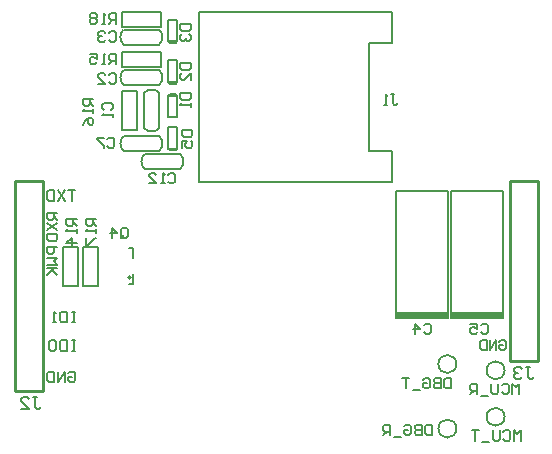
<source format=gbo>
%FSLAX25Y25*%
%MOIN*%
G70*
G01*
G75*
G04 Layer_Color=32896*
%ADD10C,0.02000*%
%ADD11C,0.03200*%
%ADD12C,0.03200*%
%ADD13R,0.03000X0.03500*%
%ADD14R,0.03500X0.03000*%
%ADD15R,0.02362X0.04299*%
%ADD16O,0.02756X0.09843*%
%ADD17O,0.09843X0.02756*%
%ADD18R,0.08661X0.04134*%
%ADD19R,0.04331X0.03937*%
%ADD20R,0.04299X0.02362*%
%ADD21R,0.04921X0.07874*%
%ADD22R,0.07087X0.12992*%
%ADD23R,0.11811X0.04213*%
%ADD24R,0.37008X0.27559*%
%ADD25R,0.09449X0.10236*%
%ADD26C,0.01000*%
%ADD27C,0.03000*%
%ADD28C,0.02500*%
%ADD29C,0.04000*%
%ADD30C,0.07000*%
%ADD31C,0.04200*%
%ADD32C,0.02800*%
%ADD33C,0.06000*%
%ADD34R,0.06000X0.06000*%
%ADD35C,0.02500*%
%ADD36R,0.10236X0.09449*%
%ADD37R,0.05118X0.03150*%
%ADD38R,0.06693X0.05906*%
%ADD39C,0.04000*%
%ADD40R,0.02362X0.01969*%
%ADD41C,0.00800*%
%ADD42C,0.01500*%
%ADD43C,0.00500*%
%ADD44C,0.01600*%
%ADD45C,0.00700*%
%ADD46C,0.00600*%
%ADD47C,0.00100*%
%ADD48R,0.01181X0.08412*%
%ADD49R,0.01870X0.17323*%
%ADD50C,0.00787*%
%ADD51R,0.17323X0.01870*%
D26*
X10724Y42000D02*
Y112000D01*
X1276Y42000D02*
X10724D01*
X1276D02*
Y112000D01*
X10724D01*
X175724Y52000D02*
Y112000D01*
X166276Y52000D02*
X175724D01*
X166276D02*
Y112000D01*
X175724D01*
D41*
X62622Y168350D02*
X126992D01*
X62622Y111657D02*
X126992D01*
Y121894D01*
X119315D02*
X126992D01*
X119315D02*
Y158114D01*
X126992D02*
Y168350D01*
X119315Y158114D02*
X126992D01*
X62622Y111657D02*
Y168350D01*
D43*
X40043Y80000D02*
G03*
X40043Y80000I-500J0D01*
G01*
X37525Y126975D02*
G03*
X37525Y122025I2475J-2475D01*
G01*
X49475D02*
G03*
X49475Y126975I-2475J2475D01*
G01*
X44525Y129525D02*
G03*
X49475Y129525I2475J2475D01*
G01*
Y141475D02*
G03*
X44525Y141475I-2475J-2475D01*
G01*
X37525Y148975D02*
G03*
X37525Y144025I2475J-2475D01*
G01*
X49475D02*
G03*
X49475Y148975I-2475J2475D01*
G01*
X37525Y162475D02*
G03*
X37525Y157525I2475J-2475D01*
G01*
X49475D02*
G03*
X49475Y162475I-2475J2475D01*
G01*
X44525Y120975D02*
G03*
X44525Y116025I2475J-2475D01*
G01*
X56475D02*
G03*
X56475Y120975I-2475J2475D01*
G01*
X22500Y77000D02*
Y90000D01*
X17500Y77000D02*
Y90000D01*
X22500D01*
X17500Y77000D02*
X22500D01*
X24000D02*
Y90000D01*
X29000Y77000D02*
Y90000D01*
X24000Y77000D02*
X29000D01*
X24000Y90000D02*
X29000D01*
X40799Y86352D02*
Y89646D01*
X39224D02*
X40799D01*
Y77835D02*
Y81128D01*
X39224Y77835D02*
X40799D01*
X42000Y129000D02*
Y142000D01*
X37000Y129000D02*
Y142000D01*
X42000D01*
X37000Y129000D02*
X42000D01*
X37000Y163500D02*
X50000D01*
X37000Y168500D02*
X50000D01*
Y163500D02*
Y168500D01*
X37000Y163500D02*
Y168500D01*
Y150000D02*
X50000D01*
X37000Y155000D02*
X50000D01*
Y150000D02*
Y155000D01*
X37000Y150000D02*
Y155000D01*
X37600Y127000D02*
X49400D01*
X37600Y122000D02*
X49400D01*
X44500Y129600D02*
Y141400D01*
X49500Y129600D02*
Y141400D01*
X37600Y149000D02*
X49400D01*
X37600Y144000D02*
X49400D01*
X37600Y162500D02*
X49400D01*
X37600Y157500D02*
X49400D01*
X145661Y68061D02*
Y108781D01*
X128339Y68061D02*
Y108781D01*
Y68061D02*
X145661D01*
X128339Y108781D02*
X145661D01*
X128339Y66191D02*
X145661D01*
X128339D02*
Y68061D01*
X145661Y66191D02*
Y68061D01*
X164161D02*
Y108781D01*
X146839Y68061D02*
Y108781D01*
Y68061D02*
X164161D01*
X146839Y108781D02*
X164161D01*
X146839Y66191D02*
X164161D01*
X146839D02*
Y68061D01*
X164161Y66191D02*
Y68061D01*
X44600Y121000D02*
X56400D01*
X44600Y116000D02*
X56400D01*
D46*
X52600Y140400D02*
X55400D01*
X52500Y133200D02*
Y140257D01*
X55500Y133200D02*
Y140257D01*
X52500Y133200D02*
X55500D01*
X54900Y140900D02*
X55500Y140300D01*
X53100Y140900D02*
X54900D01*
X52500Y140300D02*
X53100Y140900D01*
X54900Y144500D02*
X55500Y145100D01*
X53100Y144500D02*
X54900D01*
X52500Y145100D02*
X53100Y144500D01*
X52500Y152200D02*
X55500D01*
X52500Y145143D02*
Y152200D01*
X55500Y145143D02*
Y152200D01*
X52600Y145000D02*
X55400D01*
X52600Y158600D02*
X55400D01*
X55500Y158743D02*
Y165800D01*
X52500Y158743D02*
Y165800D01*
X55500D01*
X52500Y158700D02*
X53100Y158100D01*
X54900D01*
X55500Y158700D01*
X54900Y122200D02*
X55500Y122800D01*
X53100Y122200D02*
X54900D01*
X52500Y122800D02*
X53100Y122200D01*
X52500Y129900D02*
X55500D01*
X52500Y122843D02*
Y129900D01*
X55500Y122843D02*
Y129900D01*
X52600Y122700D02*
X55400D01*
X35000Y164500D02*
Y167999D01*
X33251D01*
X32667Y167416D01*
Y166249D01*
X33251Y165666D01*
X35000D01*
X33834D02*
X32667Y164500D01*
X31501D02*
X30335D01*
X30918D01*
Y167999D01*
X31501Y167416D01*
X28585D02*
X28002Y167999D01*
X26836D01*
X26253Y167416D01*
Y166833D01*
X26836Y166249D01*
X26253Y165666D01*
Y165083D01*
X26836Y164500D01*
X28002D01*
X28585Y165083D01*
Y165666D01*
X28002Y166249D01*
X28585Y166833D01*
Y167416D01*
X28002Y166249D02*
X26836D01*
X27500Y139500D02*
X24001D01*
Y137751D01*
X24584Y137167D01*
X25751D01*
X26334Y137751D01*
Y139500D01*
Y138334D02*
X27500Y137167D01*
Y136001D02*
Y134835D01*
Y135418D01*
X24001D01*
X24584Y136001D01*
X24001Y130753D02*
X24584Y131919D01*
X25751Y133085D01*
X26917D01*
X27500Y132502D01*
Y131336D01*
X26917Y130753D01*
X26334D01*
X25751Y131336D01*
Y133085D01*
X35000Y151000D02*
Y154499D01*
X33251D01*
X32667Y153916D01*
Y152749D01*
X33251Y152166D01*
X35000D01*
X33834D02*
X32667Y151000D01*
X31501D02*
X30335D01*
X30918D01*
Y154499D01*
X31501Y153916D01*
X26253Y154499D02*
X28585D01*
Y152749D01*
X27419Y153333D01*
X26836D01*
X26253Y152749D01*
Y151583D01*
X26836Y151000D01*
X28002D01*
X28585Y151583D01*
X126667Y140999D02*
X127834D01*
X127251D01*
Y138083D01*
X127834Y137500D01*
X128417D01*
X129000Y138083D01*
X125501Y137500D02*
X124335D01*
X124918D01*
Y140999D01*
X125501Y140416D01*
X57001Y129000D02*
X60500D01*
Y127251D01*
X59917Y126667D01*
X57584D01*
X57001Y127251D01*
Y129000D01*
Y123169D02*
Y125501D01*
X58751D01*
X58167Y124335D01*
Y123752D01*
X58751Y123169D01*
X59917D01*
X60500Y123752D01*
Y124918D01*
X59917Y125501D01*
X56501Y164500D02*
X60000D01*
Y162751D01*
X59417Y162167D01*
X57084D01*
X56501Y162751D01*
Y164500D01*
X57084Y161001D02*
X56501Y160418D01*
Y159252D01*
X57084Y158669D01*
X57667D01*
X58251Y159252D01*
Y159835D01*
Y159252D01*
X58834Y158669D01*
X59417D01*
X60000Y159252D01*
Y160418D01*
X59417Y161001D01*
X56501Y151500D02*
X60000D01*
Y149751D01*
X59417Y149167D01*
X57084D01*
X56501Y149751D01*
Y151500D01*
X60000Y145669D02*
Y148001D01*
X57667Y145669D01*
X57084D01*
X56501Y146252D01*
Y147418D01*
X57084Y148001D01*
X56501Y141500D02*
X60000D01*
Y139751D01*
X59417Y139167D01*
X57084D01*
X56501Y139751D01*
Y141500D01*
X60000Y138001D02*
Y136835D01*
Y137418D01*
X56501D01*
X57084Y138001D01*
X52467Y114116D02*
X53051Y114699D01*
X54217D01*
X54800Y114116D01*
Y111783D01*
X54217Y111200D01*
X53051D01*
X52467Y111783D01*
X51301Y111200D02*
X50135D01*
X50718D01*
Y114699D01*
X51301Y114116D01*
X46053Y111200D02*
X48385D01*
X46053Y113533D01*
Y114116D01*
X46636Y114699D01*
X47802D01*
X48385Y114116D01*
X32167Y125916D02*
X32751Y126499D01*
X33917D01*
X34500Y125916D01*
Y123583D01*
X33917Y123000D01*
X32751D01*
X32167Y123583D01*
X31001Y126499D02*
X28668D01*
Y125916D01*
X31001Y123583D01*
Y123000D01*
X156667Y63916D02*
X157251Y64499D01*
X158417D01*
X159000Y63916D01*
Y61583D01*
X158417Y61000D01*
X157251D01*
X156667Y61583D01*
X153169Y64499D02*
X155501D01*
Y62749D01*
X154335Y63333D01*
X153752D01*
X153169Y62749D01*
Y61583D01*
X153752Y61000D01*
X154918D01*
X155501Y61583D01*
X137667Y63916D02*
X138251Y64499D01*
X139417D01*
X140000Y63916D01*
Y61583D01*
X139417Y61000D01*
X138251D01*
X137667Y61583D01*
X134752Y61000D02*
Y64499D01*
X136501Y62749D01*
X134169D01*
X32667Y161416D02*
X33251Y161999D01*
X34417D01*
X35000Y161416D01*
Y159083D01*
X34417Y158500D01*
X33251D01*
X32667Y159083D01*
X31501Y161416D02*
X30918Y161999D01*
X29752D01*
X29168Y161416D01*
Y160833D01*
X29752Y160249D01*
X30335D01*
X29752D01*
X29168Y159666D01*
Y159083D01*
X29752Y158500D01*
X30918D01*
X31501Y159083D01*
X32667Y147416D02*
X33251Y147999D01*
X34417D01*
X35000Y147416D01*
Y145083D01*
X34417Y144500D01*
X33251D01*
X32667Y145083D01*
X29168Y144500D02*
X31501D01*
X29168Y146833D01*
Y147416D01*
X29752Y147999D01*
X30918D01*
X31501Y147416D01*
X31084Y135667D02*
X30501Y136251D01*
Y137417D01*
X31084Y138000D01*
X33417D01*
X34000Y137417D01*
Y136251D01*
X33417Y135667D01*
X34000Y134501D02*
Y133335D01*
Y133918D01*
X30501D01*
X31084Y134501D01*
X7334Y39999D02*
X8667D01*
X8001D01*
Y36666D01*
X8667Y36000D01*
X9334D01*
X10000Y36666D01*
X3336Y36000D02*
X6001D01*
X3336Y38666D01*
Y39332D01*
X4002Y39999D01*
X5335D01*
X6001Y39332D01*
X171834Y49999D02*
X173167D01*
X172501D01*
Y46666D01*
X173167Y46000D01*
X173834D01*
X174500Y46666D01*
X170501Y49332D02*
X169835Y49999D01*
X168502D01*
X167835Y49332D01*
Y48666D01*
X168502Y47999D01*
X169168D01*
X168502D01*
X167835Y47333D01*
Y46666D01*
X168502Y46000D01*
X169835D01*
X170501Y46666D01*
X28500Y99500D02*
X25001D01*
Y97751D01*
X25584Y97167D01*
X26751D01*
X27334Y97751D01*
Y99500D01*
Y98334D02*
X28500Y97167D01*
Y96001D02*
Y94835D01*
Y95418D01*
X25001D01*
X25584Y96001D01*
X25001Y93085D02*
Y90753D01*
X25584D01*
X27917Y93085D01*
X28500D01*
X22000Y99500D02*
X18501D01*
Y97751D01*
X19084Y97167D01*
X20251D01*
X20834Y97751D01*
Y99500D01*
Y98334D02*
X22000Y97167D01*
Y96001D02*
Y94835D01*
Y95418D01*
X18501D01*
X19084Y96001D01*
X22000Y91336D02*
X18501D01*
X20251Y93085D01*
Y90753D01*
X36667Y93583D02*
Y95916D01*
X37251Y96499D01*
X38417D01*
X39000Y95916D01*
Y93583D01*
X38417Y93000D01*
X37251D01*
X37834Y94166D02*
X36667Y93000D01*
X37251D02*
X36667Y93583D01*
X33752Y93000D02*
Y96499D01*
X35501Y94749D01*
X33169D01*
X169500Y41000D02*
Y44499D01*
X168334Y43333D01*
X167167Y44499D01*
Y41000D01*
X163669Y43916D02*
X164252Y44499D01*
X165418D01*
X166001Y43916D01*
Y41583D01*
X165418Y41000D01*
X164252D01*
X163669Y41583D01*
X162502Y44499D02*
Y41583D01*
X161919Y41000D01*
X160753D01*
X160170Y41583D01*
Y44499D01*
X159003Y40417D02*
X156671D01*
X155505Y41000D02*
Y44499D01*
X153755D01*
X153172Y43916D01*
Y42749D01*
X153755Y42166D01*
X155505D01*
X154338D02*
X153172Y41000D01*
X170000Y25500D02*
Y28999D01*
X168834Y27833D01*
X167667Y28999D01*
Y25500D01*
X164169Y28416D02*
X164752Y28999D01*
X165918D01*
X166501Y28416D01*
Y26083D01*
X165918Y25500D01*
X164752D01*
X164169Y26083D01*
X163002Y28999D02*
Y26083D01*
X162419Y25500D01*
X161253D01*
X160670Y26083D01*
Y28999D01*
X159503Y24917D02*
X157171D01*
X156005Y28999D02*
X153672D01*
X154838D01*
Y25500D01*
X146800Y46399D02*
Y42900D01*
X145051D01*
X144467Y43483D01*
Y45816D01*
X145051Y46399D01*
X146800D01*
X143301D02*
Y42900D01*
X141552D01*
X140969Y43483D01*
Y44066D01*
X141552Y44649D01*
X143301D01*
X141552D01*
X140969Y45233D01*
Y45816D01*
X141552Y46399D01*
X143301D01*
X137470Y45816D02*
X138053Y46399D01*
X139219D01*
X139802Y45816D01*
Y43483D01*
X139219Y42900D01*
X138053D01*
X137470Y43483D01*
Y44649D01*
X138636D01*
X136303Y42317D02*
X133971D01*
X132805Y46399D02*
X130472D01*
X131638D01*
Y42900D01*
X140400Y30799D02*
Y27300D01*
X138651D01*
X138067Y27883D01*
Y30216D01*
X138651Y30799D01*
X140400D01*
X136901D02*
Y27300D01*
X135152D01*
X134569Y27883D01*
Y28466D01*
X135152Y29049D01*
X136901D01*
X135152D01*
X134569Y29633D01*
Y30216D01*
X135152Y30799D01*
X136901D01*
X131070Y30216D02*
X131653Y30799D01*
X132819D01*
X133402Y30216D01*
Y27883D01*
X132819Y27300D01*
X131653D01*
X131070Y27883D01*
Y29049D01*
X132236D01*
X129903Y26717D02*
X127571D01*
X126405Y27300D02*
Y30799D01*
X124655D01*
X124072Y30216D01*
Y29049D01*
X124655Y28466D01*
X126405D01*
X125238D02*
X124072Y27300D01*
X19167Y47916D02*
X19751Y48499D01*
X20917D01*
X21500Y47916D01*
Y45583D01*
X20917Y45000D01*
X19751D01*
X19167Y45583D01*
Y46749D01*
X20334D01*
X18001Y45000D02*
Y48499D01*
X15668Y45000D01*
Y48499D01*
X14502D02*
Y45000D01*
X12753D01*
X12170Y45583D01*
Y47916D01*
X12753Y48499D01*
X14502D01*
X21500Y58999D02*
X20334D01*
X20917D01*
Y55500D01*
X21500D01*
X20334D01*
X18584Y58999D02*
Y55500D01*
X16835D01*
X16252Y56083D01*
Y58416D01*
X16835Y58999D01*
X18584D01*
X15085Y58416D02*
X14502Y58999D01*
X13336D01*
X12753Y58416D01*
Y56083D01*
X13336Y55500D01*
X14502D01*
X15085Y56083D01*
Y58416D01*
X21500Y68499D02*
X20334D01*
X20917D01*
Y65000D01*
X21500D01*
X20334D01*
X18584Y68499D02*
Y65000D01*
X16835D01*
X16252Y65583D01*
Y67916D01*
X16835Y68499D01*
X18584D01*
X15085Y65000D02*
X13919D01*
X14502D01*
Y68499D01*
X15085Y67916D01*
X21500Y108999D02*
X19167D01*
X20334D01*
Y105500D01*
X18001Y108999D02*
X15668Y105500D01*
Y108999D02*
X18001Y105500D01*
X14502Y108999D02*
Y105500D01*
X12753D01*
X12170Y106083D01*
Y108416D01*
X12753Y108999D01*
X14502D01*
X15500Y101500D02*
X12001D01*
Y99751D01*
X12584Y99167D01*
X13751D01*
X14334Y99751D01*
Y101500D01*
Y100334D02*
X15500Y99167D01*
X12001Y98001D02*
X15500Y95669D01*
X12001D02*
X15500Y98001D01*
X12001Y94502D02*
X15500D01*
Y92753D01*
X14917Y92170D01*
X12584D01*
X12001Y92753D01*
Y94502D01*
X15500Y90000D02*
X12001D01*
Y88251D01*
X12584Y87667D01*
X13751D01*
X14334Y88251D01*
Y90000D01*
X12001Y86501D02*
X15500D01*
X14334Y85335D01*
X15500Y84169D01*
X12001D01*
Y83002D02*
X15500D01*
X14334D01*
X12001Y80670D01*
X13751Y82419D01*
X15500Y80670D01*
X162867Y58366D02*
X163400Y58899D01*
X164467D01*
X165000Y58366D01*
Y56233D01*
X164467Y55700D01*
X163400D01*
X162867Y56233D01*
Y57300D01*
X163934D01*
X161801Y55700D02*
Y58899D01*
X159668Y55700D01*
Y58899D01*
X158602D02*
Y55700D01*
X157003D01*
X156469Y56233D01*
Y58366D01*
X157003Y58899D01*
X158602D01*
D50*
X148500Y29489D02*
G03*
X148500Y29489I-3000J0D01*
G01*
Y51011D02*
G03*
X148500Y51011I-3000J0D01*
G01*
X164600Y33411D02*
G03*
X164600Y33411I-3000J0D01*
G01*
X164589Y48900D02*
G03*
X164589Y48900I-3000J0D01*
G01*
D51*
X137000Y67126D02*
D03*
X155500D02*
D03*
M02*

</source>
